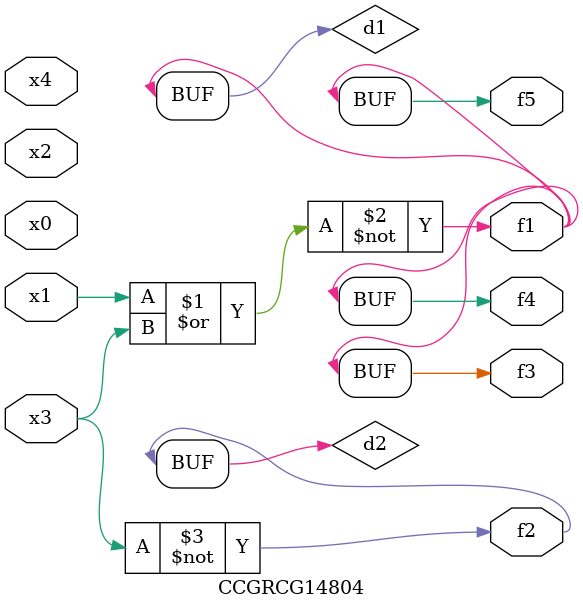
<source format=v>
module CCGRCG14804(
	input x0, x1, x2, x3, x4,
	output f1, f2, f3, f4, f5
);

	wire d1, d2;

	nor (d1, x1, x3);
	not (d2, x3);
	assign f1 = d1;
	assign f2 = d2;
	assign f3 = d1;
	assign f4 = d1;
	assign f5 = d1;
endmodule

</source>
